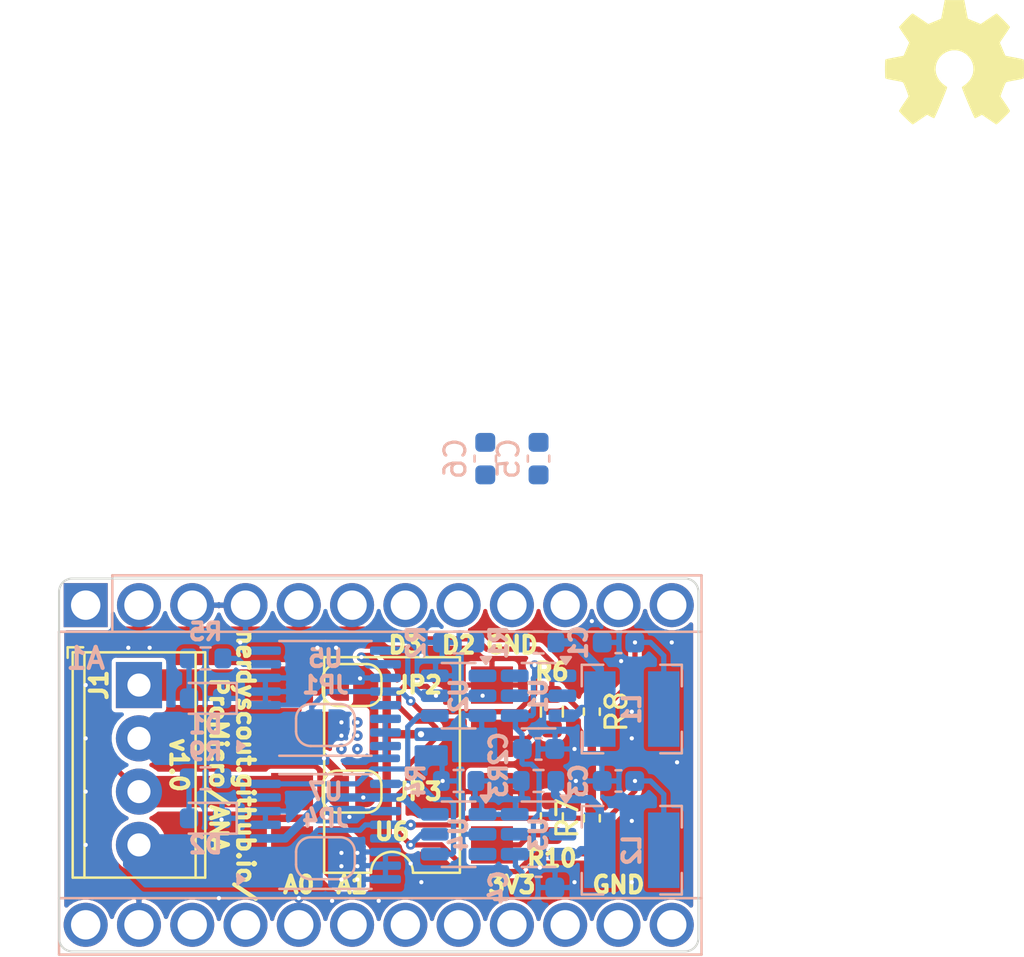
<source format=kicad_pcb>
(kicad_pcb (version 20240108) (generator "pcbnew") (generator_version "8.0")
  (title_block (title "ProMicro_ANA") (date "2020-10-12") (rev "v1.1") (company "nerdyscout"))
  (layers (0 "F.Cu" mixed) (31 "B.Cu" mixed) (34 "B.Paste" user) (35 "F.Paste" user) (36 "B.SilkS" user "B.Silkscreen") (37 "F.SilkS" user "F.Silkscreen") (38 "B.Mask" user) (39 "F.Mask" user) (44 "Edge.Cuts" user))
  (net 0 "")
  (net 1 "GND")
  (net 2 "+3V3")
  (net 3 "Net-(J1-Pad1)")
  (net 4 "A1")
  (net 5 "A0")
  (net 6 "Net-(D1-Pad2)")
  (net 7 "Net-(D2-Pad2)")
  (net 8 "Net-(L1-Pad2)")
  (net 9 "Net-(L2-Pad2)")
  (net 10 "Net-(JP3-Pad2)")
  (net 11 "Net-(JP4-Pad2)")
  (net 12 "Net-(R1-Pad1)")
  (net 13 "Net-(R2-Pad1)")
  (net 14 "Net-(R3-Pad1)")
  (net 15 "SDA")
  (net 16 "SCL")
  (net 17 "Net-(C2-Pad1)")
  (net 18 "Net-(JP1-Pad2)")
  (net 19 "Net-(R5-Pad2)")
  (net 20 "Net-(R6-Pad1)")
  (net 21 "Net-(R9-Pad2)")
  (net 22 "Net-(R10-Pad1)")
  (footprint "Resistor_SMD:R_0603_1608Metric" (layer "F.Cu") (at 73.025 114.3 90)
    (property "Reference" "R10")
    (property "Value" "220")
  )
  (footprint "Jumper:SolderJumper-2_P1.3mm_Open_RoundedPad1.0x1.5mm" (layer "F.Cu") (at 63.5 107.95)
    (property "Reference" "JP2")
    (property "Value" "Jumper_NO_Small" (hide yes))
  )
  (footprint "Jumper:SolderJumper-2_P1.3mm_Open_RoundedPad1.0x1.5mm" (layer "F.Cu") (at 63.5 113.03)
    (property "Reference" "JP3")
    (property "Value" "Jumper_NO_Small" (hide yes))
  )
  (footprint "Package_DIP:SMDIP-8_W9.53mm" (layer "F.Cu") (at 65.405 111.76 180)
    (property "Reference" "U6")
    (property "Value" "LTV-827S")
  )
  (footprint "TerminalBlock_Phoenix:TerminalBlock_Phoenix_MPT-0,5-4-2.54_1x04_P2.54mm_Horizontal" (layer "F.Cu") (at 53.34 107.95 -90)
    (property "Reference" "J1")
    (property "Value" "Conn_01x04" (hide yes))
  )
  (footprint "Resistor_SMD:R_0603_1608Metric" (layer "F.Cu") (at 73.025 109.22 90)
    (property "Reference" "R6")
    (property "Value" "220")
  )
  (footprint "Symbol:OSHW-Symbol_6.7x6mm_SilkScreen" (layer "F.Cu") (at 92.212036 78.270693)
    (property "Reference" "LOGO1" (hide yes))
    (property "Value" "Logo_Open_Hardware_Small" (hide yes))
  )
  (footprint "Resistor_SMD:R_0402_1005Metric" (layer "F.Cu") (at 74.93 114.3 90)
    (property "Reference" "R7")
    (property "Value" "4k7")
  )
  (footprint "Resistor_SMD:R_0402_1005Metric" (layer "F.Cu") (at 74.93 109.22 -90)
    (property "Reference" "R8")
    (property "Value" "4k7")
  )
  (footprint "Package_SO:TSSOP-16_4.4x5mm_P0.65mm" (layer "B.Cu") (at 62.23 114.935)
    (property "Reference" "U7")
    (property "Value" "INA260")
  )
  (footprint "Jumper:SolderJumper-2_P1.3mm_Open_RoundedPad1.0x1.5mm" (layer "B.Cu") (at 62.23 116.205)
    (property "Reference" "JP4")
    (property "Value" "Jumper_NO_Small" (hide yes))
  )
  (footprint "Jumper:SolderJumper-2_P1.3mm_Open_RoundedPad1.0x1.5mm" (layer "B.Cu") (at 62.23 109.855)
    (property "Reference" "JP1")
    (property "Value" "Jumper_NO_Small" (hide yes))
  )
  (footprint "Resistor_SMD:R_0603_1608Metric" (layer "B.Cu") (at 56.515 106.68)
    (property "Reference" "R5")
    (property "Value" "220")
  )
  (footprint "LED_SMD:LED_0603_1608Metric" (layer "B.Cu") (at 56.515 108.585 180)
    (property "Reference" "D1")
    (property "Value" "LED")
  )
  (footprint "Resistor_SMD:R_0603_1608Metric" (layer "B.Cu") (at 56.515 112.395)
    (property "Reference" "R9")
    (property "Value" "220")
  )
  (footprint "LED_SMD:LED_0603_1608Metric" (layer "B.Cu") (at 56.515 114.3 180)
    (property "Reference" "D2")
    (property "Value" "LED")
  )
  (footprint "Package_SO:TSSOP-16_4.4x5mm_P0.65mm" (layer "B.Cu") (at 62.23 108.585)
    (property "Reference" "U5")
    (property "Value" "INA260")
  )
  (footprint "Package_TO_SOT_SMD:SOT-23-6" (layer "B.Cu") (at 68.58 115.062 180)
    (property "Reference" "U4")
    (property "Value" "MCP4725xxx-xCH" (hide yes))
  )
  (footprint "Resistor_SMD:R_0603_1608Metric" (layer "B.Cu") (at 68.58 112.522)
    (property "Reference" "R4")
    (property "Value" "47k")
  )
  (footprint "Package_TO_SOT_SMD:SOT-23-6" (layer "B.Cu") (at 68.58 108.458 180)
    (property "Reference" "U2")
    (property "Value" "MCP4725xxx-xCH" (hide yes))
  )
  (footprint "Inductor_SMD:L_Bourns-SRN4018" (layer "B.Cu") (at 76.835 115.824 180)
    (property "Reference" "L2")
    (property "Value" "2.2µ")
  )
  (footprint "Inductor_SMD:L_Bourns-SRN4018" (layer "B.Cu") (at 76.835 109.093 180)
    (property "Reference" "L1")
    (property "Value" "2.2µ")
  )
  (footprint "Capacitor_SMD:C_0603_1608Metric" (layer "B.Cu") (at 76.2 105.918 180)
    (property "Reference" "C1")
    (property "Value" "10µ")
  )
  (footprint "Package_TO_SOT_SMD:SOT-23-6" (layer "B.Cu") (at 72.39 108.458 180)
    (property "Reference" "U1")
    (property "Value" "TLV62569DDC" (hide yes))
  )
  (footprint "Capacitor_SMD:C_0603_1608Metric" (layer "B.Cu") (at 72.39 110.998)
    (property "Reference" "C2")
    (property "Value" "4.7µ")
  )
  (footprint "Package_TO_SOT_SMD:SOT-23-6" (layer "B.Cu") (at 72.39 115.062 180)
    (property "Reference" "U3")
    (property "Value" "TLV62569DDC" (hide yes))
  )
  (footprint "Capacitor_SMD:C_0603_1608Metric" (layer "B.Cu") (at 76.2 112.522 180)
    (property "Reference" "C3")
    (property "Value" "10µ")
  )
  (footprint "Capacitor_SMD:C_0603_1608Metric" (layer "B.Cu") (at 72.39 117.602)
    (property "Reference" "C4")
    (property "Value" "4.7µ")
  )
  (footprint "Resistor_SMD:R_0603_1608Metric" (layer "B.Cu") (at 72.39 112.522)
    (property "Reference" "R3")
    (property "Value" "200k")
  )
  (footprint "Resistor_SMD:R_0603_1608Metric" (layer "B.Cu") (at 68.58 105.918)
    (property "Reference" "R2")
    (property "Value" "47k")
  )
  (footprint "Resistor_SMD:R_0603_1608Metric" (layer "B.Cu") (at 72.39 105.918)
    (property "Reference" "R1")
    (property "Value" "200k")
  )
  (footprint "Module:Sparkfun_Pro_Micro" (layer "B.Cu") (at 50.8 104.14 -90)
    (property "Reference" "A1")
    (property "Value" "Sparkfun_Pro_Micro")
  )
  (footprint "Capacitor_SMD:C_0603_1608Metric" (layer "B.Cu") (at 69.85 97.155 -90)
    (property "Reference" "C6")
    (property "Value" "100n")
  )
  (footprint "Capacitor_SMD:C_0603_1608Metric" (layer "B.Cu") (at 72.39 97.155 -90)
    (property "Reference" "C5")
    (property "Value" "100n")
  )
  (gr_line (start 49.53 120.015) (end 49.53 103.505) (stroke (width 0.1)) (layer "Edge.Cuts"))
  (gr_line (start 50.165 102.87) (end 79.375 102.87) (stroke (width 0.1)) (layer "Edge.Cuts"))
  (gr_line (start 79.375 120.65) (end 50.165 120.65) (stroke (width 0.1)) (layer "Edge.Cuts"))
  (gr_arc (start 49.53 103.505) (mid 49.715987 103.055987) (end 50.165 102.87) (stroke (width 0.1)) (layer "Edge.Cuts"))
  (gr_arc (start 80.01 120.015) (mid 79.824013 120.464013) (end 79.375 120.65) (stroke (width 0.1)) (layer "Edge.Cuts"))
  (gr_line (start 80.01 103.505) (end 80.01 120.015) (stroke (width 0.1)) (layer "Edge.Cuts"))
  (gr_arc (start 79.375 102.87) (mid 79.824013 103.055987) (end 80.01 103.505) (stroke (width 0.1)) (layer "Edge.Cuts"))
  (gr_arc (start 50.165 120.65) (mid 49.715987 120.464013) (end 49.53 120.015) (stroke (width 0.1)) (layer "Edge.Cuts"))
  (gr_text "v1.0" (at 55.245 111.76 270) (layer "F.SilkS") (effects (font (size 0.8 0.8) (thickness 0.2))))
  (gr_text "D2" (at 68.58 106.045 0) (layer "F.SilkS") (effects (font (size 0.8 0.8) (thickness 0.2))))
  (gr_text "A0" (at 60.96 117.475 0) (layer "F.SilkS") (effects (font (size 0.8 0.8) (thickness 0.2))))
  (gr_text "A1" (at 63.5 117.475 0) (layer "F.SilkS") (effects (font (size 0.8 0.8) (thickness 0.2))))
  (gr_text "3V3" (at 71.12 117.475 0) (layer "F.SilkS") (effects (font (size 0.8 0.8) (thickness 0.2))))
  (gr_text "GND" (at 71.12 106.045 0) (layer "F.SilkS") (effects (font (size 0.8 0.8) (thickness 0.2))))
  (gr_text "GND" (at 76.2 117.475 0) (layer "F.SilkS") (effects (font (size 0.8 0.8) (thickness 0.2))))
  (gr_text "D3" (at 66.04 106.045 0) (layer "F.SilkS") (effects (font (size 0.8 0.8) (thickness 0.2))))
  (gr_text "nerdyscout.github.io/\nProMicro/ANA" (at 57.785 111.76 270) (layer "F.SilkS") (effects (font (size 0.8 0.8) (thickness 0.2))))
  (via (at 53.848 106.172) (size 0.5) (drill 0.2) (layers "F.Cu" "B.Cu") (net 1))
  (via (at 72.4535 116.6495) (size 0.45) (drill 0.2) (layers "F.Cu" "B.Cu") (net 1))
  (via (at 60.96 118.11) (size 0.45) (drill 0.2) (layers "F.Cu" "B.Cu") (net 1))
  (via (at 50.8 110.49) (size 0.5) (drill 0.2) (layers "F.Cu" "B.Cu") (net 1))
  (via (at 76.835 110.49) (size 0.45) (drill 0.2) (layers "F.Cu" "B.Cu") (net 1))
  (via (at 50.8 107.95) (size 0.5) (drill 0.2) (layers "F.Cu" "B.Cu") (net 1))
  (via (at 74.1045 110.998) (size 0.45) (drill 0.2) (layers "F.Cu" "B.Cu") (net 1))
  (via (at 63.881 107.6325) (size 0.45) (drill 0.2) (layers "F.Cu" "B.Cu") (net 1))
  (via (at 66.294 116.459) (size 0.45) (drill 0.2) (layers "F.Cu" "B.Cu") (net 1))
  (via (at 62.5475 118.237) (size 0.45) (drill 0.2) (layers "F.Cu" "B.Cu") (net 1))
  (via (at 58.166 105.918) (size 0.45) (drill 0.2) (layers "F.Cu" "B.Cu") (net 1))
  (via (at 74.1045 117.348) (size 0.45) (drill 0.2) (layers "F.Cu" "B.Cu") (net 1))
  (via (at 61.849 106.172) (size 0.45) (drill 0.2) (layers "F.Cu" "B.Cu") (net 1))
  (via (at 78.994 111.633) (size 0.45) (drill 0.2) (layers "F.Cu" "B.Cu") (net 1))
  (via (at 64.77 118.237) (size 0.45) (drill 0.2) (layers "F.Cu" "B.Cu") (net 1))
  (via (at 63.373 114.2365) (size 0.45) (drill 0.2) (layers "F.Cu" "B.Cu") (net 1))
  (via (at 76.835 114.427) (size 0.45) (drill 0.2) (layers "F.Cu" "B.Cu") (net 1))
  (via (at 50.8 113.03) (size 0.5) (drill 0.2) (layers "F.Cu" "B.Cu") (net 1))
  (via (at 76.835 117.348) (size 0.45) (drill 0.2) (layers "F.Cu" "B.Cu") (net 1))
  (via (at 76.835 109.22) (size 0.45) (drill 0.2) (layers "F.Cu" "B.Cu") (net 1))
  (via (at 74.168 112.522) (size 0.45) (drill 0.2) (layers "F.Cu" "B.Cu") (net 1))
  (via (at 57.15 118.11) (size 0.45) (drill 0.2) (layers "F.Cu" "B.Cu") (net 1))
  (via (at 66.802 117.348) (size 0.45) (drill 0.2) (layers "F.Cu" "B.Cu") (net 1))
  (via (at 57.277 114.3635) (size 0.45) (drill 0.2) (layers "F.Cu" "B.Cu") (net 1))
  (via (at 67.818 112.522) (size 0.5) (drill 0.2) (layers "F.Cu" "B.Cu") (net 1))
  (via (at 62.2935 114.2365) (size 0.45) (drill 0.2) (layers "F.Cu" "B.Cu") (net 1))
  (via (at 76.327 106.807) (size 0.45) (drill 0.2) (layers "F.Cu" "B.Cu") (net 1))
  (via (at 50.8 115.57) (size 0.5) (drill 0.2) (layers "F.Cu" "B.Cu") (net 1))
  (via (at 74.93 104.902) (size 0.45) (drill 0.2) (layers "F.Cu" "B.Cu") (net 1))
  (via (at 62.738 106.172) (size 0.45) (drill 0.2) (layers "F.Cu" "B.Cu") (net 1))
  (via (at 78.74 105.918) (size 0.45) (drill 0.2) (layers "F.Cu" "B.Cu") (net 1))
  (via (at 69.723 108.458) (size 0.5) (drill 0.2) (layers "F.Cu" "B.Cu") (net 1))
  (via (at 66.802 106.553) (size 0.45) (drill 0.2) (layers "F.Cu" "B.Cu") (net 1))
  (via (at 52.832 106.172) (size 0.5) (drill 0.2) (layers "F.Cu" "B.Cu") (net 1))
  (segment (start 74.93 113.5125) (end 74.93 111.76) (width 0.4) (layer "F.Cu") (net 2))
  (segment (start 66.361824 110.295011) (end 66.786088 110.295011) (width 0.4) (layer "F.Cu") (net 2))
  (segment (start 65.155489 110.295011) (end 66.361824 110.295011) (width 0.4) (layer "F.Cu") (net 2))
  (segment (start 65.151 113.03) (end 65.151 107.429921) (width 0.4) (layer "F.Cu") (net 2))
  (segment (start 64.262692 106.6165) (end 63.944494 106.6165) (width 0.4) (layer "F.Cu") (net 2))
  (segment (start 64.337579 106.6165) (end 64.262692 106.6165) (width 0.4) (layer "F.Cu") (net 2))
  (segment (start 74.93 110.0075) (end 74.93 111.76) (width 0.4) (layer "F.Cu") (net 2))
  (segment (start 64.15 113.03) (end 65.151 113.03) (width 0.4) (layer "F.Cu") (net 2))
  (segment (start 65.151 107.429921) (end 64.337579 106.6165) (width 0.4) (layer "F.Cu") (net 2))
  (segment (start 65.151 110.2995) (end 65.155489 110.295011) (width 0.4) (layer "F.Cu") (net 2))
  (via (at 63.944494 106.6165) (size 0.45) (drill 0.2) (layers "F.Cu" "B.Cu") (net 2))
  (via (at 66.786088 110.295011) (size 0.6) (drill 0.3) (layers "F.Cu" "B.Cu") (net 2))
  (via (at 64.034 113.31) (size 0.45) (drill 0.2) (layers "F.Cu" "B.Cu") (net 2))
  (segment (start 64.034 113.31) (end 64.034 113.31) (width 0.4) (layer "B.Cu") (net 2))
  (segment (start 67.48 114.112) (end 66.778562 114.112) (width 0.4) (layer "B.Cu") (net 2))
  (segment (start 65.864522 113.344522) (end 65.83 113.31) (width 0.4) (layer "B.Cu") (net 2))
  (segment (start 65.83 113.31) (end 65.0925 113.31) (width 0.4) (layer "B.Cu") (net 2))
  (segment (start 65.0925 106.96) (end 64.287994 106.96) (width 0.4) (layer "B.Cu") (net 2))
  (segment (start 64.169493 106.841499) (end 63.944494 106.6165) (width 0.4) (layer "B.Cu") (net 2))
  (segment (start 64.287994 106.96) (end 64.169493 106.841499) (width 0.4) (layer "B.Cu") (net 2))
  (segment (start 60.3175 115.26) (end 62.2675 113.31) (width 0.4) (layer "B.Cu") (net 2))
  (segment (start 66.778562 114.112) (end 66.011084 113.344522) (width 0.4) (layer "B.Cu") (net 2))
  (segment (start 64.034 113.31) (end 65.0925 113.31) (width 0.4) (layer "B.Cu") (net 2))
  (segment (start 66.011084 113.344522) (end 65.864522 113.344522) (width 0.4) (layer "B.Cu") (net 2))
  (segment (start 59.3675 115.26) (end 60.3175 115.26) (width 0.4) (layer "B.Cu") (net 2))
  (segment (start 62.2675 113.31) (end 64.034 113.31) (width 0.4) (layer "B.Cu") (net 2))
  (segment (start 54.69 107.95) (end 53.34 107.95) (width 1.5) (layer "F.Cu") (net 3))
  (segment (start 62.85 107.95) (end 60.579 107.95) (width 1) (layer "F.Cu") (net 3))
  (segment (start 60.64 107.95) (end 54.69 107.95) (width 1.5) (layer "F.Cu") (net 3))
  (segment (start 68.961 114.3) (end 68.6435 114.6175) (width 0.25) (layer "F.Cu") (net 4))
  (segment (start 75.6845 114.3) (end 68.961 114.3) (width 0.25) (layer "F.Cu") (net 4))
  (segment (start 76.9875 112.522) (end 76.9875 112.997) (width 0.25) (layer "F.Cu") (net 4))
  (segment (start 76.9875 112.997) (end 75.6845 114.3) (width 0.25) (layer "F.Cu") (net 4))
  (segment (start 73.025 114.3) (end 73.025 113.538) (width 0.25) (layer "F.Cu") (net 4))
  (segment (start 68.6435 114.6175) (end 66.29751 114.6175) (width 0.25) (layer "F.Cu") (net 4))
  (via (at 76.9875 112.522) (size 0.5) (drill 0.2) (layers "F.Cu" "B.Cu") (net 4))
  (via (at 66.29751 114.6175) (size 0.5) (drill 0.2) (layers "F.Cu" "B.Cu") (net 4))
  (segment (start 76.9875 112.522) (end 77.724 112.522) (width 0.25) (layer "B.Cu") (net 4))
  (segment (start 64.135 114.6175) (end 65.085 114.6175) (width 0.25) (layer "B.Cu") (net 4))
  (segment (start 61.58 116.205) (end 61.58 115.1405) (width 0.25) (layer "B.Cu") (net 4))
  (segment (start 76.9875 112.522) (end 76.9875 112.522) (width 0.25) (layer "B.Cu") (net 4))
  (segment (start 65.0925 114.61) (end 66.29001 114.61) (width 0.25) (layer "B.Cu") (net 4))
  (segment (start 61.849 114.8715) (end 63.881 114.8715) (width 0.25) (layer "B.Cu") (net 4))
  (segment (start 77.724 112.522) (end 78.36 113.158) (width 0.25) (layer "B.Cu") (net 4))
  (segment (start 78.36 115.824) (end 78.36 113.774) (width 0.25) (layer "B.Cu") (net 4))
  (segment (start 63.881 114.8715) (end 64.135 114.6175) (width 0.25) (layer "B.Cu") (net 4))
  (segment (start 65.085 114.6175) (end 65.0925 114.61) (width 0.25) (layer "B.Cu") (net 4))
  (segment (start 78.36 113.158) (end 78.36 113.774) (width 0.25) (layer "B.Cu") (net 4))
  (segment (start 66.29001 114.61) (end 66.29751 114.6175) (width 0.25) (layer "B.Cu") (net 4))
  (segment (start 78.36 113.774) (end 78.359 113.773) (width 0.25) (layer "B.Cu") (net 4))
  (segment (start 61.58 115.1405) (end 61.849 114.8715) (width 0.25) (layer "B.Cu") (net 4))
  (segment (start 60.64 113.03) (end 58.42 113.03) (width 1.5) (layer "F.Cu") (net 5))
  (segment (start 64.897 105.283) (end 65.362999 105.748999) (width 0.25) (layer "F.Cu") (net 5))
  (segment (start 52.578 105.283) (end 64.897 105.283) (width 0.25) (layer "F.Cu") (net 5))
  (segment (start 72.39 106.2355) (end 73.025 106.8705) (width 0.25) (layer "F.Cu") (net 5))
  (segment (start 73.6345 108.4325) (end 74.422 109.22) (width 0.25) (layer "F.Cu") (net 5))
  (segment (start 51.8795 105.9815) (end 52.578 105.283) (width 0.25) (layer "F.Cu") (net 5))
  (segment (start 73.025 107.995) (end 73.025 108.4325) (width 0.25) (layer "F.Cu") (net 5))
  (segment (start 73.025 108.4325) (end 73.6345 108.4325) (width 0.25) (layer "F.Cu") (net 5))
  (segment (start 69.9135 106.2355) (end 72.39 106.2355) (width 0.25) (layer "F.Cu") (net 5))
  (segment (start 74.422 109.22) (end 75.386494 109.22) (width 0.25) (layer "F.Cu") (net 5))
  (segment (start 53.34 113.03) (end 51.8795 111.5695) (width 0.25) (layer "F.Cu") (net 5))
  (segment (start 51.8795 111.5695) (end 51.8795 105.9815) (width 0.25) (layer "F.Cu") (net 5))
  (segment (start 75.386494 109.22) (end 76.9875 107.618994) (width 0.25) (layer "F.Cu") (net 5))
  (segment (start 76.9875 107.618994) (end 76.9875 106.393) (width 0.25) (layer "F.Cu") (net 5))
  (segment (start 65.362999 105.748999) (end 69.426999 105.748999) (width 0.25) (layer "F.Cu") (net 5))
  (segment (start 58.42 113.03) (end 53.34 113.03) (width 1.5) (layer "F.Cu") (net 5))
  (segment (start 76.9875 106.393) (end 76.9875 105.918) (width 0.25) (layer "F.Cu") (net 5))
  (segment (start 73.025 106.8705) (end 73.025 107.995) (width 0.25) (layer "F.Cu") (net 5))
  (segment (start 69.426999 105.748999) (end 69.9135 106.2355) (width 0.25) (layer "F.Cu") (net 5))
  (via (at 76.9875 105.918) (size 0.5) (drill 0.2) (layers "F.Cu" "B.Cu") (net 5))
  (segment (start 76.9875 105.918) (end 77.724 105.918) (width 0.25) (layer "B.Cu") (net 5))
  (segment (start 77.724 105.918) (end 78.359 106.553) (width 0.25) (layer "B.Cu") (net 5))
  (segment (start 78.359 106.553) (end 78.359 108.966) (width 0.25) (layer "B.Cu") (net 5))
  (segment (start 76.9875 105.918) (end 76.9875 105.918) (width 0.25) (layer "B.Cu") (net 5))
  (segment (start 55.7275 106.68) (end 55.7275 107.5945) (width 0.25) (layer "B.Cu") (net 6))
  (segment (start 55.7275 108.585) (end 55.7275 107.5945) (width 0.25) (layer "B.Cu") (net 6))
  (segment (start 55.7275 114.3) (end 55.7275 113.1315) (width 0.25) (layer "B.Cu") (net 7))
  (segment (start 55.7275 112.395) (end 55.7275 113.1315) (width 0.25) (layer "B.Cu") (net 7))
  (segment (start 74.45375 109.093) (end 74.13875 109.408) (width 0.4) (layer "B.Cu") (net 8))
  (segment (start 75.311 107.188) (end 75.311 109.093) (width 0.4) (layer "B.Cu") (net 8))
  (segment (start 74.041 105.918) (end 75.311 107.188) (width 0.4) (layer "B.Cu") (net 8))
  (segment (start 74.13875 109.408) (end 73.49 109.408) (width 0.4) (layer "B.Cu") (net 8))
  (segment (start 75.31 109.093) (end 74.45375 109.093) (width 0.4) (layer "B.Cu") (net 8))
  (segment (start 73.1775 105.918) (end 74.041 105.918) (width 0.4) (layer "B.Cu") (net 8))
  (segment (start 73.1775 112.522) (end 73.1775 113.1825) (width 0.4) (layer "B.Cu") (net 9))
  (segment (start 74.842499 113.386999) (end 75.311 113.8555) (width 0.4) (layer "B.Cu") (net 9))
  (segment (start 73.381999 113.386999) (end 74.842499 113.386999) (width 0.4) (layer "B.Cu") (net 9))
  (segment (start 73.1775 113.1825) (end 73.381999 113.386999) (width 0.4) (layer "B.Cu") (net 9))
  (segment (start 74.422 115.824) (end 74.2315 116.0145) (width 0.4) (layer "B.Cu") (net 9))
  (segment (start 75.311 113.8555) (end 75.311 115.824) (width 0.4) (layer "B.Cu") (net 9))
  (segment (start 75.31 115.824) (end 74.422 115.824) (width 0.4) (layer "B.Cu") (net 9))
  (segment (start 74.2315 116.0145) (end 73.4695 116.0145) (width 0.4) (layer "B.Cu") (net 9))
  (via (at 62.992 110.998) (size 0.5) (drill 0.2) (layers "F.Cu" "B.Cu") (net 10))
  (via (at 63.754 110.363) (size 0.5) (drill 0.2) (layers "F.Cu" "B.Cu") (net 10))
  (via (at 63.754 110.998) (size 0.5) (drill 0.2) (layers "F.Cu" "B.Cu") (net 10))
  (via (at 63.754 109.728) (size 0.5) (drill 0.2) (layers "F.Cu" "B.Cu") (net 10))
  (via (at 62.992 115.951) (size 0.5) (drill 0.2) (layers "F.Cu" "B.Cu") (net 11))
  (via (at 63.754 117.221) (size 0.5) (drill 0.2) (layers "F.Cu" "B.Cu") (net 11))
  (via (at 63.754 116.586) (size 0.5) (drill 0.2) (layers "F.Cu" "B.Cu") (net 11))
  (via (at 62.992 116.586) (size 0.5) (drill 0.2) (layers "F.Cu" "B.Cu") (net 11))
  (via (at 62.992 117.221) (size 0.5) (drill 0.2) (layers "F.Cu" "B.Cu") (net 11))
  (via (at 63.754 115.951) (size 0.5) (drill 0.2) (layers "F.Cu" "B.Cu") (net 11))
  (segment (start 72.3645 110.0075) (end 71.882 110.49) (width 0.25) (layer "F.Cu") (net 12))
  (segment (start 71.882 110.49) (end 70.17 110.49) (width 0.25) (layer "F.Cu") (net 12))
  (segment (start 73.025 110.0075) (end 72.3645 110.0075) (width 0.25) (layer "F.Cu") (net 12))
  (segment (start 71.9835 115.0875) (end 73.025 115.0875) (width 0.25) (layer "F.Cu") (net 13))
  (segment (start 70.17 115.57) (end 71.501 115.57) (width 0.25) (layer "F.Cu") (net 13))
  (segment (start 71.501 115.57) (end 71.9835 115.0875) (width 0.25) (layer "F.Cu") (net 13))
  (segment (start 66.7385 112.522) (end 66.7385 112.7125) (width 0.25) (layer "B.Cu") (net 15))
  (segment (start 67.437 113.411) (end 68.1355 113.411) (width 0.25) (layer "B.Cu") (net 15))
  (segment (start 64.262 112.141) (end 63.743 112.66) (width 0.25) (layer "B.Cu") (net 15))
  (segment (start 66.15501 111.9505) (end 66.167 111.9505) (width 0.25) (layer "B.Cu") (net 15))
  (segment (start 66.15501 111.9505) (end 64.463442 111.9505) (width 0.25) (layer "B.Cu") (net 15))
  (segment (start 64.272942 112.141) (end 64.262 112.141) (width 0.25) (layer "B.Cu") (net 15))
  (segment (start 68.335001 113.610501) (end 68.335001 115.936999) (width 0.25) (layer "B.Cu") (net 15))
  (segment (start 66.7385 112.7125) (end 67.437 113.411) (width 0.25) (layer "B.Cu") (net 15))
  (segment (start 68.335001 115.936999) (end 68.26 116.012) (width 0.25) (layer "B.Cu") (net 15))
  (segment (start 68.1355 113.411) (end 68.335001 113.610501) (width 0.25) (layer "B.Cu") (net 15))
  (segment (start 66.15501 109.933952) (end 66.15501 111.9505) (width 0.25) (layer "B.Cu") (net 15))
  (segment (start 64.463442 111.9505) (end 64.272942 112.141) (width 0.25) (layer "B.Cu") (net 15))
  (segment (start 66.167 111.9505) (end 66.7385 112.522) (width 0.25) (layer "B.Cu") (net 15))
  (segment (start 68.26 116.012) (end 67.48 116.012) (width 0.25) (layer "B.Cu") (net 15))
  (segment (start 67.48 109.408) (end 66.680962 109.408) (width 0.25) (layer "B.Cu") (net 15))
  (segment (start 63.743 112.66) (end 59.3675 112.66) (width 0.25) (layer "B.Cu") (net 15))
  (segment (start 66.680962 109.408) (end 66.15501 109.933952) (width 0.25) (layer "B.Cu") (net 15))
  (segment (start 67.5005 110.464498) (end 67.5005 109.983411) (width 0.25) (layer "F.Cu") (net 16))
  (segment (start 67.056024 108.0135) (end 67.250525 108.208001) (width 0.25) (layer "F.Cu") (net 16))
  (segment (start 65.9765 108.0135) (end 67.056024 108.0135) (width 0.25) (layer "F.Cu") (net 16))
  (segment (start 67.250525 108.208001) (end 67.500524 108.458) (width 0.25) (layer "F.Cu") (net 16))
  (segment (start 65.7225 114.998472) (end 65.7225 113.15645) (width 0.25) (layer "F.Cu") (net 16))
  (segment (start 67.5005 109.983411) (end 67.1871 109.670011) (width 0.25) (layer "F.Cu") (net 16))
  (segment (start 66.426511 109.670011) (end 65.7225 108.966) (width 0.25) (layer "F.Cu") (net 16))
  (segment (start 72.222 115.992) (end 71.374 116.84) (width 0.25) (layer "F.Cu") (net 16))
  (segment (start 66.294 115.569972) (end 65.7225 114.998472) (width 0.25) (layer "F.Cu") (net 16))
  (segment (start 65.7225 113.15645) (end 65.93381 112.94514) (width 0.25) (layer "F.Cu") (net 16))
  (segment (start 66.158809 112.720141) (end 66.158809 111.806189) (width 0.25) (layer "F.Cu") (net 16))
  (segment (start 65.7225 108.2675) (end 65.9765 108.0135) (width 0.25) (layer "F.Cu") (net 16))
  (segment (start 65.7225 108.966) (end 65.7225 108.2675) (width 0.25) (layer "F.Cu") (net 16))
  (segment (start 69.0245 116.84) (end 67.754472 115.569972) (width 0.25) (layer "F.Cu") (net 16))
  (segment (start 66.158809 111.806189) (end 67.5005 110.464498) (width 0.25) (layer "F.Cu") (net 16))
  (segment (start 74.93 115.6335) (end 74.5715 115.992) (width 0.25) (layer "F.Cu") (net 16))
  (segment (start 65.93381 112.94514) (end 66.158809 112.720141) (width 0.25) (layer "F.Cu") (net 16))
  (segment (start 74.5715 115.992) (end 72.222 115.992) (width 0.25) (layer "F.Cu") (net 16))
  (segment (start 74.93 115.0875) (end 74.93 115.6335) (width 0.25) (layer "F.Cu") (net 16))
  (segment (start 71.374 116.84) (end 69.0245 116.84) (width 0.25) (layer "F.Cu") (net 16))
  (segment (start 67.754472 115.569972) (end 66.294 115.569972) (width 0.25) (layer "F.Cu") (net 16))
  (segment (start 67.1871 109.670011) (end 66.426511 109.670011) (width 0.25) (layer "F.Cu") (net 16))
  (via (at 66.294 115.569972) (size 0.45) (drill 0.2) (layers "F.Cu" "B.Cu") (net 16))
  (via (at 67.500524 108.458) (size 0.5) (drill 0.2) (layers "F.Cu" "B.Cu") (net 16))
  (via (at 66.158809 112.720141) (size 0.45) (drill 0.2) (layers "F.Cu" "B.Cu") (net 16))
  (segment (start 66.801972 115.062) (end 66.294 115.569972) (width 0.25) (layer "B.Cu") (net 16))
  (segment (start 65.0925 112.66) (end 66.098668 112.66) (width 0.25) (layer "B.Cu") (net 16))
  (segment (start 66.098668 112.66) (end 66.158809 112.720141) (width 0.25) (layer "B.Cu") (net 16))
  (segment (start 66.15501 106.41401) (end 66.15501 107.769008) (width 0.25) (layer "B.Cu") (net 16))
  (segment (start 66.04 106.299) (end 66.15501 106.41401) (width 0.25) (layer "B.Cu") (net 16))
  (segment (start 66.04 106.299) (end 65.1035 106.299) (width 0.25) (layer "B.Cu") (net 16))
  (segment (start 67.48 115.062) (end 66.801972 115.062) (width 0.25) (layer "B.Cu") (net 16))
  (segment (start 66.15501 107.769008) (end 66.844002 108.458) (width 0.25) (layer "B.Cu") (net 16))
  (segment (start 66.844002 108.458) (end 67.48 108.458) (width 0.25) (layer "B.Cu") (net 16))
  (segment (start 65.1035 106.299) (end 65.0925 106.31) (width 0.25) (layer "B.Cu") (net 16))
  (segment (start 67.48 108.458) (end 67.500524 108.458) (width 0.25) (layer "B.Cu") (net 16))
  (segment (start 72.202684 108.392318) (end 72.202684 107.316296) (width 0.25) (layer "F.Cu") (net 17))
  (segment (start 66.294 108.712) (end 66.802 109.22) (width 0.25) (layer "F.Cu") (net 17))
  (segment (start 72.202684 107.316296) (end 72.202684 106.998098) (width 0.25) (layer "F.Cu") (net 17))
  (segment (start 62.85 113.03) (end 62.85 112.13072) (width 0.4) (layer "F.Cu") (net 17))
  (segment (start 66.802 109.22) (end 71.375002 109.22) (width 0.25) (layer "F.Cu") (net 17))
  (segment (start 62.85 112.13072) (end 62.16178 111.4425) (width 0.4) (layer "F.Cu") (net 17))
  (segment (start 71.375002 109.22) (end 72.202684 108.392318) (width 0.25) (layer "F.Cu") (net 17))
  (via (at 72.202684 106.998098) (size 0.45) (drill 0.2) (layers "F.Cu" "B.Cu") (net 17))
  (via (at 66.294 108.712) (size 0.45) (drill 0.2) (layers "F.Cu" "B.Cu") (net 17))
  (via (at 62.16178 111.4425) (size 0.45) (drill 0.2) (layers "F.Cu" "B.Cu") (net 17))
  (segment (start 73.49 114.112) (end 72.4306 114.112) (width 0.25) (layer "B.Cu") (net 17))
  (segment (start 65.0925 108.26) (end 62.301 108.26) (width 0.25) (layer "B.Cu") (net 17))
  (segment (start 65.842 108.26) (end 66.294 108.712) (width 0.25) (layer "B.Cu") (net 17))
  (segment (start 62.301 108.26) (end 61.58 108.981) (width 0.25) (layer "B.Cu") (net 17))
  (segment (start 72.4306 114.112) (end 72.4154 114.0968) (width 0.25) (layer "B.Cu") (net 17))
  (segment (start 72.4154 114.0968) (end 72.145001 114.367199) (width 0.25) (layer "B.Cu") (net 17))
  (segment (start 71.6025 110.2955) (end 71.29 109.983) (width 0.25) (layer "B.Cu") (net 17))
  (segment (start 71.6025 116.878) (end 71.6025 117.602) (width 0.25) (layer "B.Cu") (net 17))
  (segment (start 71.29 116.5655) (end 71.6025 116.878) (width 0.25) (layer "B.Cu") (net 17))
  (segment (start 71.6025 110.998) (end 71.6025 110.2955) (width 0.25) (layer "B.Cu") (net 17))
  (segment (start 72.145001 114.367199) (end 72.145001 115.824) (width 0.25) (layer "B.Cu") (net 17))
  (segment (start 72.1995 107.5055) (end 72.202684 107.502316) (width 0.25) (layer "B.Cu") (net 17))
  (segment (start 72.07 109.408) (end 71.29 109.408) (width 0.25) (layer "B.Cu") (net 17))
  (segment (start 65.0925 108.26) (end 65.842 108.26) (width 0.25) (layer "B.Cu") (net 17))
  (segment (start 72.263 107.502316) (end 72.145001 107.620315) (width 0.25) (layer "B.Cu") (net 17))
  (segment (start 71.6025 110.998) (end 71.6025 111.671) (width 0.25) (layer "B.Cu") (net 17))
  (segment (start 73.49 107.508) (end 72.202 107.508) (width 0.25) (layer "B.Cu") (net 17))
  (segment (start 72.4154 113.003894) (end 72.4154 114.0968) (width 0.25) (layer "B.Cu") (net 17))
  (segment (start 72.202684 107.000684) (end 72.202684 106.998098) (width 0.25) (layer "B.Cu") (net 17))
  (segment (start 72.202 107.508) (end 72.1995 107.5055) (width 0.25) (layer "B.Cu") (net 17))
  (segment (start 71.29 116.012) (end 71.29 116.5655) (width 0.25) (layer "B.Cu") (net 17))
  (segment (start 72.41499 112.090496) (end 72.41499 113.003484) (width 0.25) (layer "B.Cu") (net 17))
  (segment (start 71.29 109.983) (end 71.29 109.408) (width 0.25) (layer "B.Cu") (net 17))
  (segment (start 72.046484 111.72199) (end 72.41499 112.090496) (width 0.25) (layer "B.Cu") (net 17))
  (segment (start 72.41499 113.003484) (end 72.4154 113.003894) (width 0.25) (layer "B.Cu") (net 17))
  (segment (start 72.145001 109.332999) (end 72.07 109.408) (width 0.25) (layer "B.Cu") (net 17))
  (segment (start 72.145001 115.824) (end 71.957001 116.012) (width 0.25) (layer "B.Cu") (net 17))
  (segment (start 72.202684 106.998098) (end 72.202684 107.502316) (width 0.25) (layer "B.Cu") (net 17))
  (segment (start 71.6025 111.671) (end 71.65349 111.72199) (width 0.25) (layer "B.Cu") (net 17))
  (segment (start 61.58 108.981) (end 61.58 109.855) (width 0.25) (layer "B.Cu") (net 17))
  (segment (start 71.957001 116.012) (end 71.29 116.012) (width 0.25) (layer "B.Cu") (net 17))
  (segment (start 72.145001 107.620315) (end 72.145001 109.332999) (width 0.25) (layer "B.Cu") (net 17))
  (segment (start 71.65349 111.72199) (end 72.046484 111.72199) (width 0.25) (layer "B.Cu") (net 17))
  (via (at 62.992 110.363) (size 0.5) (drill 0.2) (layers "F.Cu" "B.Cu") (net 18))
  (via (at 62.992 109.728) (size 0.5) (drill 0.2) (layers "F.Cu" "B.Cu") (net 18))
  (segment (start 58.039 106.68) (end 57.3025 106.68) (width 0.25) (layer "B.Cu") (net 19))
  (segment (start 58.319 106.96) (end 58.039 106.68) (width 0.25) (layer "B.Cu") (net 19))
  (segment (start 60.0025 106.96) (end 58.319 106.96) (width 0.25) (layer "B.Cu") (net 19))
  (segment (start 58.446 113.31) (end 58.293 113.157) (width 0.25) (layer "B.Cu") (net 21))
  (segment (start 58.293 113.157) (end 58.293 112.649) (width 0.25) (layer "B.Cu") (net 21))
  (segment (start 59.3675 113.31) (end 58.446 113.31) (width 0.25) (layer "B.Cu") (net 21))
  (segment (start 58.293 112.649) (end 58.039 112.395) (width 0.25) (layer "B.Cu") (net 21))
  (segment (start 58.039 112.395) (end 57.3025 112.395) (width 0.25) (layer "B.Cu") (net 21))
  (zone (net 1) (net_name "GND") (layer "F.Cu") (connect_pads (clearance 0.2)) (min_thickness 0.2) (fill yes (thermal_gap 0.25) (thermal_bridge_width 0.25))
    (polygon (pts (xy 49.53 120.65) (xy 49.53 102.87) (xy 80.01 102.87) (xy 80.01 120.65)))
  )
  (zone (net 11) (net_name "Net-(JP4-Pad2)") (layer "F.Cu") (priority 1) (connect_pads yes (clearance 0.2)) (min_thickness 0.2) (fill yes (thermal_gap 0.2) (thermal_bridge_width 0.25))
    (polygon (pts (xy 62.8015 117.602) (xy 61.6585 116.459) (xy 59.69 116.459) (xy 59.69 114.681) (xy 62.992 114.681) (xy 64.135 115.824) (xy 64.135 117.602)))
  )
  (zone (net 11) (net_name "Net-(JP4-Pad2)") (layer "F.Cu") (priority 1) (connect_pads yes (clearance 0.2)) (min_thickness 0.2) (fill yes (thermal_gap 0.2) (thermal_bridge_width 0.25))
    (polygon (pts (xy 59.69 111.379) (xy 59.69 109.601) (xy 60.96 109.601) (xy 61.341 109.22) (xy 64.135 109.22) (xy 64.135 111.379)))
  )
  (zone (net 4) (net_name "A1") (layer "B.Cu") (priority 1) (connect_pads yes (clearance 0.2)) (min_thickness 0.2) (fill yes (thermal_gap 0.2) (thermal_bridge_width 0.25))
    (polygon (pts (xy 53.594 117.602) (xy 52.578 116.586) (xy 52.578 115.062) (xy 62.103 115.062) (xy 62.103 117.602)))
  )
  (zone (net 17) (net_name "Net-(C2-Pad1)") (layer "B.Cu") (priority 1) (connect_pads yes (clearance 0.2)) (min_thickness 0.2) (fill yes (thermal_gap 0.2) (thermal_bridge_width 0.25))
    (polygon (pts (xy 54.102 111.76) (xy 53.721 111.379) (xy 52.8955 111.379) (xy 52.8955 109.601) (xy 53.721 109.601) (xy 54.102 109.22) (xy 62.103 109.22) (xy 62.103 111.0615) (xy 62.4205 111.379) (xy 62.4205 111.76)))
  )
  (zone (net 14) (net_name "Net-(R3-Pad1)") (layer "B.Cu") (priority 1) (connect_pads (clearance 0.2)) (min_thickness 0.2) (fill yes (thermal_gap 0.25) (thermal_bridge_width 0.25))
    (polygon (pts (xy 69.088 114.554) (xy 69.088 111.9505) (xy 72.009 111.9505) (xy 72.009 114.554)))
  )
  (zone (net 18) (net_name "Net-(JP1-Pad2)") (layer "B.Cu") (priority 1) (connect_pads (clearance 0.2)) (min_thickness 0.2) (fill yes (thermal_gap 0.2) (thermal_bridge_width 0.25))
    (polygon (pts (xy 63.119 111.76) (xy 62.357 110.998) (xy 62.357 109.22) (xy 65.786 109.22) (xy 65.786 111.76)))
  )
  (zone (net 1) (net_name "GND") (layer "B.Cu") (connect_pads (clearance 0.2)) (min_thickness 0.2) (fill yes (thermal_gap 0.25) (thermal_bridge_width 0.25))
    (polygon (pts (xy 49.53 120.65) (xy 49.53 102.87) (xy 80.01 102.87) (xy 80.01 120.65)))
  )
  (zone (net 2) (net_name "+3V3") (layer "B.Cu") (priority 1) (connect_pads (clearance 0.2)) (min_thickness 0.2) (fill yes (thermal_gap 0.25) (thermal_bridge_width 0.25))
    (polygon (pts (xy 68.2625 111.633) (xy 68.2625 110.617) (xy 66.421 110.617) (xy 66.421 109.982) (xy 67.945 109.982) (xy 68.961 108.966) (xy 70.4215 108.966) (xy 70.4215 111.633)))
  )
  (zone (net 11) (net_name "Net-(JP4-Pad2)") (layer "B.Cu") (priority 1) (connect_pads (clearance 0.2)) (min_thickness 0.2) (fill yes (thermal_gap 0.2) (thermal_bridge_width 0.25))
    (polygon (pts (xy 62.357 117.602) (xy 62.357 115.062) (xy 64.135 115.062) (xy 64.135 115.57) (xy 65.786 115.57) (xy 65.786 117.602)))
  )
)
</source>
